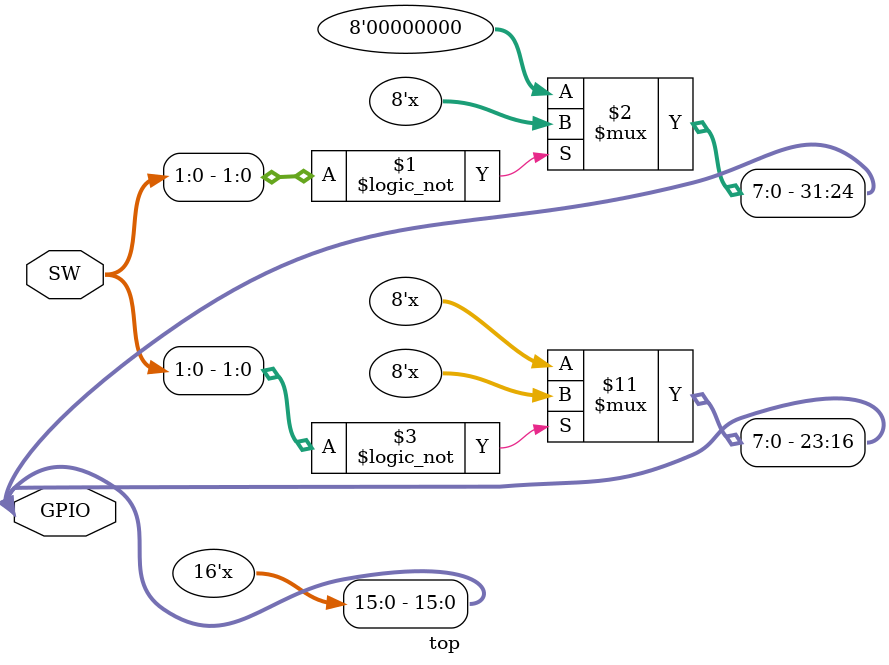
<source format=v>

`timescale 1ns / 1ps
`default_nettype none

module top (
	input wire [9:0] SW,            // On-board Switches
    inout wire [31:0] GPIO			// On-board 40-pin header
);    

assign GPIO[31:24] = (SW[1:0] == 2'h0) ? GPIO[15: 8] : 8'h00;
assign GPIO[23:16] = (SW[1:0] == 2'h0) ? GPIO[ 7: 0] : 
                     (SW[1:0] == 2'h1) ? GPIO[15: 8] | GPIO[ 7: 0] : 
                     (SW[1:0] == 2'h2) ? GPIO[15: 8] & GPIO[ 7: 0] : 
                                         GPIO[15: 8] ^ GPIO[ 7: 0];
assign GPIO[15: 0] = 16'hZZZZ;

endmodule


</source>
